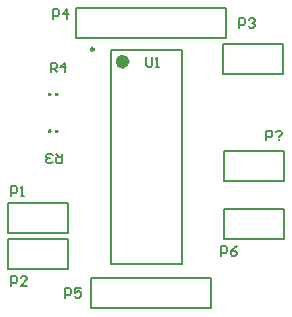
<source format=gto>
G04 Layer_Color=65535*
%FSLAX25Y25*%
%MOIN*%
G70*
G01*
G75*
%ADD23C,0.01181*%
%ADD24C,0.00984*%
%ADD25C,0.02362*%
%ADD26C,0.00787*%
%ADD27C,0.00591*%
D23*
X14819Y60500D02*
G03*
X14842Y60508I0J39D01*
G01*
X17181Y60461D02*
G03*
X17204Y60468I0J39D01*
G01*
X17181Y60461D02*
G03*
X17204Y60468I0J39D01*
G01*
X14819Y72752D02*
G03*
X14842Y72759I0J39D01*
G01*
X17181Y72713D02*
G03*
X17204Y72720I0J39D01*
G01*
X17181Y72713D02*
G03*
X17204Y72720I0J39D01*
G01*
D24*
X29579Y87846D02*
G03*
X29579Y87846I-492J0D01*
G01*
D25*
X40307Y83693D02*
G03*
X40307Y83693I-1181J0D01*
G01*
D26*
X73000Y24500D02*
X93000D01*
Y34500D01*
X73000D02*
X93000D01*
X73000Y24500D02*
Y34500D01*
Y44000D02*
X93000D01*
Y54000D01*
X73000D02*
X93000D01*
X73000Y44000D02*
Y54000D01*
X68500Y1500D02*
Y11500D01*
X28500Y1500D02*
X68500D01*
X28500Y11500D02*
X68500D01*
X28500Y1500D02*
Y11500D01*
X1000Y36500D02*
X21000D01*
X1000Y26500D02*
Y36500D01*
Y26500D02*
X21000D01*
Y36500D01*
X1000Y24500D02*
X21000D01*
X1000Y14500D02*
Y24500D01*
Y14500D02*
X21000D01*
Y24500D01*
X35189Y16370D02*
Y87630D01*
X58811Y16370D02*
Y87630D01*
X35189D02*
X58811D01*
X35189Y16370D02*
X58811D01*
X23500Y91500D02*
Y101500D01*
X73500D01*
X23500Y91500D02*
X73500D01*
Y101500D01*
X72500Y79500D02*
X92500D01*
Y89500D01*
X72500D02*
X92500D01*
X72500Y79500D02*
Y89500D01*
D27*
X72000Y19000D02*
Y22149D01*
X73574D01*
X74099Y21624D01*
Y20574D01*
X73574Y20050D01*
X72000D01*
X77248Y22149D02*
X76198Y21624D01*
X75149Y20574D01*
Y19525D01*
X75673Y19000D01*
X76723D01*
X77248Y19525D01*
Y20050D01*
X76723Y20574D01*
X75149D01*
X87000Y57500D02*
Y60649D01*
X88574D01*
X89099Y60124D01*
Y59074D01*
X88574Y58549D01*
X87000D01*
X90149Y60124D02*
X90673Y60649D01*
X91723D01*
X92248Y60124D01*
Y59599D01*
X91198Y58549D01*
Y58025D02*
Y57500D01*
X20000Y5000D02*
Y8149D01*
X21574D01*
X22099Y7624D01*
Y6574D01*
X21574Y6050D01*
X20000D01*
X25248Y8149D02*
X23149D01*
Y6574D01*
X24198Y7099D01*
X24723D01*
X25248Y6574D01*
Y5525D01*
X24723Y5000D01*
X23673D01*
X23149Y5525D01*
X2000Y39000D02*
Y42149D01*
X3574D01*
X4099Y41624D01*
Y40574D01*
X3574Y40049D01*
X2000D01*
X5149Y39000D02*
X6198D01*
X5673D01*
Y42149D01*
X5149Y41624D01*
X2000Y9000D02*
Y12149D01*
X3574D01*
X4099Y11624D01*
Y10574D01*
X3574Y10050D01*
X2000D01*
X7248Y9000D02*
X5149D01*
X7248Y11099D01*
Y11624D01*
X6723Y12149D01*
X5673D01*
X5149Y11624D01*
X18992Y53000D02*
Y49851D01*
X17418D01*
X16893Y50376D01*
Y51426D01*
X17418Y51951D01*
X18992D01*
X17943D02*
X16893Y53000D01*
X15844Y50376D02*
X15319Y49851D01*
X14269D01*
X13745Y50376D01*
Y50901D01*
X14269Y51426D01*
X14794D01*
X14269D01*
X13745Y51951D01*
Y52475D01*
X14269Y53000D01*
X15319D01*
X15844Y52475D01*
X15134Y80252D02*
Y83401D01*
X16708D01*
X17233Y82876D01*
Y81826D01*
X16708Y81301D01*
X15134D01*
X16183D02*
X17233Y80252D01*
X19857D02*
Y83401D01*
X18282Y81826D01*
X20381D01*
X47000Y85149D02*
Y82525D01*
X47525Y82000D01*
X48574D01*
X49099Y82525D01*
Y85149D01*
X50149Y82000D02*
X51198D01*
X50673D01*
Y85149D01*
X50149Y84624D01*
X16000Y98000D02*
Y101149D01*
X17574D01*
X18099Y100624D01*
Y99574D01*
X17574Y99050D01*
X16000D01*
X20723Y98000D02*
Y101149D01*
X19149Y99574D01*
X21248D01*
X78000Y95000D02*
Y98149D01*
X79574D01*
X80099Y97624D01*
Y96574D01*
X79574Y96049D01*
X78000D01*
X81149Y97624D02*
X81673Y98149D01*
X82723D01*
X83248Y97624D01*
Y97099D01*
X82723Y96574D01*
X82198D01*
X82723D01*
X83248Y96049D01*
Y95525D01*
X82723Y95000D01*
X81673D01*
X81149Y95525D01*
M02*

</source>
